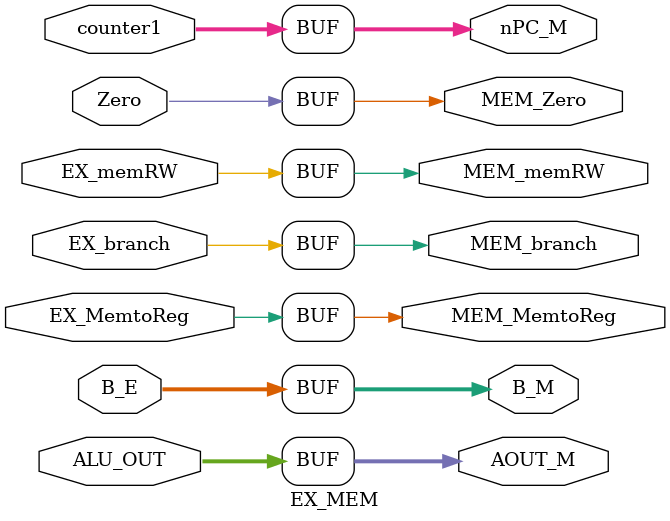
<source format=v>
module EX_MEM (counter1, Zero, ALU_OUT, B_E, EX_branch, EX_memRW, EX_MemtoReg,
nPC_M, MEM_Zero, AOUT_M, B_M, MEM_branch, MEM_memRW, MEM_MemtoReg);

    input [31:0] counter1;
    input Zero;
    input [31:0] ALU_OUT;
    input [31:0] B_E;
    input EX_branch;
    input EX_memRW;
    input EX_MemtoReg;

    output reg [31:0] nPC_M;
    output reg MEM_Zero;
    output reg [31:0] AOUT_M;
    output reg [31:0] B_M;
    output reg MEM_branch;
    output reg MEM_memRW;
    output reg MEM_MemtoReg;

    always @(*) begin
        nPC_M <= counter1;
        MEM_Zero <= Zero;
        AOUT_M <= ALU_OUT;
        B_M <= B_E;
        MEM_branch <= EX_branch;
        MEM_memRW <= EX_memRW;
        MEM_MemtoReg <= EX_MemtoReg;
    end


endmodule
</source>
